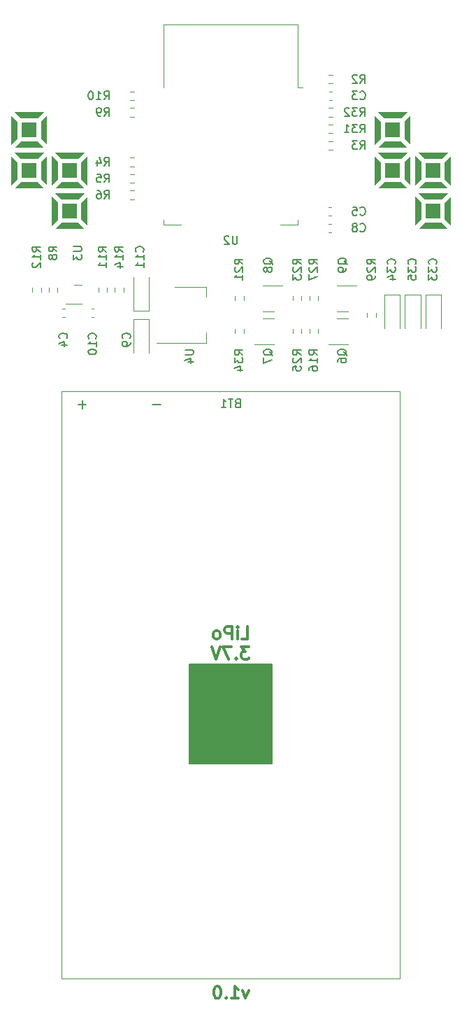
<source format=gbr>
%TF.GenerationSoftware,KiCad,Pcbnew,(6.0.7)*%
%TF.CreationDate,2022-10-04T23:40:54+03:00*%
%TF.ProjectId,ESP8266Tetris,45535038-3236-4365-9465-747269732e6b,1.0*%
%TF.SameCoordinates,Original*%
%TF.FileFunction,Legend,Bot*%
%TF.FilePolarity,Positive*%
%FSLAX46Y46*%
G04 Gerber Fmt 4.6, Leading zero omitted, Abs format (unit mm)*
G04 Created by KiCad (PCBNEW (6.0.7)) date 2022-10-04 23:40:54*
%MOMM*%
%LPD*%
G01*
G04 APERTURE LIST*
%ADD10C,0.200000*%
%ADD11C,0.300000*%
%ADD12C,0.150000*%
%ADD13C,0.120000*%
G04 APERTURE END LIST*
D10*
X125000000Y-107750000D02*
X135000000Y-107750000D01*
X135000000Y-107750000D02*
X135000000Y-119750000D01*
X135000000Y-119750000D02*
X125000000Y-119750000D01*
X125000000Y-119750000D02*
X125000000Y-107750000D01*
G36*
X125000000Y-107750000D02*
G01*
X135000000Y-107750000D01*
X135000000Y-119750000D01*
X125000000Y-119750000D01*
X125000000Y-107750000D01*
G37*
D11*
X132142857Y-147178571D02*
X131785714Y-148178571D01*
X131428571Y-147178571D01*
X130071428Y-148178571D02*
X130928571Y-148178571D01*
X130500000Y-148178571D02*
X130500000Y-146678571D01*
X130642857Y-146892857D01*
X130785714Y-147035714D01*
X130928571Y-147107142D01*
X129428571Y-148035714D02*
X129357142Y-148107142D01*
X129428571Y-148178571D01*
X129500000Y-148107142D01*
X129428571Y-148035714D01*
X129428571Y-148178571D01*
X128428571Y-146678571D02*
X128285714Y-146678571D01*
X128142857Y-146750000D01*
X128071428Y-146821428D01*
X128000000Y-146964285D01*
X127928571Y-147250000D01*
X127928571Y-147607142D01*
X128000000Y-147892857D01*
X128071428Y-148035714D01*
X128142857Y-148107142D01*
X128285714Y-148178571D01*
X128428571Y-148178571D01*
X128571428Y-148107142D01*
X128642857Y-148035714D01*
X128714285Y-147892857D01*
X128785714Y-147607142D01*
X128785714Y-147250000D01*
X128714285Y-146964285D01*
X128642857Y-146821428D01*
X128571428Y-146750000D01*
X128428571Y-146678571D01*
X131321428Y-104721071D02*
X132035714Y-104721071D01*
X132035714Y-103221071D01*
X130821428Y-104721071D02*
X130821428Y-103721071D01*
X130821428Y-103221071D02*
X130892857Y-103292500D01*
X130821428Y-103363928D01*
X130750000Y-103292500D01*
X130821428Y-103221071D01*
X130821428Y-103363928D01*
X130107142Y-104721071D02*
X130107142Y-103221071D01*
X129535714Y-103221071D01*
X129392857Y-103292500D01*
X129321428Y-103363928D01*
X129250000Y-103506785D01*
X129250000Y-103721071D01*
X129321428Y-103863928D01*
X129392857Y-103935357D01*
X129535714Y-104006785D01*
X130107142Y-104006785D01*
X128392857Y-104721071D02*
X128535714Y-104649642D01*
X128607142Y-104578214D01*
X128678571Y-104435357D01*
X128678571Y-104006785D01*
X128607142Y-103863928D01*
X128535714Y-103792500D01*
X128392857Y-103721071D01*
X128178571Y-103721071D01*
X128035714Y-103792500D01*
X127964285Y-103863928D01*
X127892857Y-104006785D01*
X127892857Y-104435357D01*
X127964285Y-104578214D01*
X128035714Y-104649642D01*
X128178571Y-104721071D01*
X128392857Y-104721071D01*
X132214285Y-105636071D02*
X131285714Y-105636071D01*
X131785714Y-106207500D01*
X131571428Y-106207500D01*
X131428571Y-106278928D01*
X131357142Y-106350357D01*
X131285714Y-106493214D01*
X131285714Y-106850357D01*
X131357142Y-106993214D01*
X131428571Y-107064642D01*
X131571428Y-107136071D01*
X132000000Y-107136071D01*
X132142857Y-107064642D01*
X132214285Y-106993214D01*
X130642857Y-106993214D02*
X130571428Y-107064642D01*
X130642857Y-107136071D01*
X130714285Y-107064642D01*
X130642857Y-106993214D01*
X130642857Y-107136071D01*
X130071428Y-105636071D02*
X129071428Y-105636071D01*
X129714285Y-107136071D01*
X128714285Y-105636071D02*
X128214285Y-107136071D01*
X127714285Y-105636071D01*
D12*
%TO.C,C35*%
X152357142Y-59357142D02*
X152404761Y-59309523D01*
X152452380Y-59166666D01*
X152452380Y-59071428D01*
X152404761Y-58928571D01*
X152309523Y-58833333D01*
X152214285Y-58785714D01*
X152023809Y-58738095D01*
X151880952Y-58738095D01*
X151690476Y-58785714D01*
X151595238Y-58833333D01*
X151500000Y-58928571D01*
X151452380Y-59071428D01*
X151452380Y-59166666D01*
X151500000Y-59309523D01*
X151547619Y-59357142D01*
X151452380Y-59690476D02*
X151452380Y-60309523D01*
X151833333Y-59976190D01*
X151833333Y-60119047D01*
X151880952Y-60214285D01*
X151928571Y-60261904D01*
X152023809Y-60309523D01*
X152261904Y-60309523D01*
X152357142Y-60261904D01*
X152404761Y-60214285D01*
X152452380Y-60119047D01*
X152452380Y-59833333D01*
X152404761Y-59738095D01*
X152357142Y-59690476D01*
X151452380Y-61214285D02*
X151452380Y-60738095D01*
X151928571Y-60690476D01*
X151880952Y-60738095D01*
X151833333Y-60833333D01*
X151833333Y-61071428D01*
X151880952Y-61166666D01*
X151928571Y-61214285D01*
X152023809Y-61261904D01*
X152261904Y-61261904D01*
X152357142Y-61214285D01*
X152404761Y-61166666D01*
X152452380Y-61071428D01*
X152452380Y-60833333D01*
X152404761Y-60738095D01*
X152357142Y-60690476D01*
%TO.C,C34*%
X149857142Y-59357142D02*
X149904761Y-59309523D01*
X149952380Y-59166666D01*
X149952380Y-59071428D01*
X149904761Y-58928571D01*
X149809523Y-58833333D01*
X149714285Y-58785714D01*
X149523809Y-58738095D01*
X149380952Y-58738095D01*
X149190476Y-58785714D01*
X149095238Y-58833333D01*
X149000000Y-58928571D01*
X148952380Y-59071428D01*
X148952380Y-59166666D01*
X149000000Y-59309523D01*
X149047619Y-59357142D01*
X148952380Y-59690476D02*
X148952380Y-60309523D01*
X149333333Y-59976190D01*
X149333333Y-60119047D01*
X149380952Y-60214285D01*
X149428571Y-60261904D01*
X149523809Y-60309523D01*
X149761904Y-60309523D01*
X149857142Y-60261904D01*
X149904761Y-60214285D01*
X149952380Y-60119047D01*
X149952380Y-59833333D01*
X149904761Y-59738095D01*
X149857142Y-59690476D01*
X149285714Y-61166666D02*
X149952380Y-61166666D01*
X148904761Y-60928571D02*
X149619047Y-60690476D01*
X149619047Y-61309523D01*
%TO.C,C33*%
X154857142Y-59357142D02*
X154904761Y-59309523D01*
X154952380Y-59166666D01*
X154952380Y-59071428D01*
X154904761Y-58928571D01*
X154809523Y-58833333D01*
X154714285Y-58785714D01*
X154523809Y-58738095D01*
X154380952Y-58738095D01*
X154190476Y-58785714D01*
X154095238Y-58833333D01*
X154000000Y-58928571D01*
X153952380Y-59071428D01*
X153952380Y-59166666D01*
X154000000Y-59309523D01*
X154047619Y-59357142D01*
X153952380Y-59690476D02*
X153952380Y-60309523D01*
X154333333Y-59976190D01*
X154333333Y-60119047D01*
X154380952Y-60214285D01*
X154428571Y-60261904D01*
X154523809Y-60309523D01*
X154761904Y-60309523D01*
X154857142Y-60261904D01*
X154904761Y-60214285D01*
X154952380Y-60119047D01*
X154952380Y-59833333D01*
X154904761Y-59738095D01*
X154857142Y-59690476D01*
X153952380Y-60642857D02*
X153952380Y-61261904D01*
X154333333Y-60928571D01*
X154333333Y-61071428D01*
X154380952Y-61166666D01*
X154428571Y-61214285D01*
X154523809Y-61261904D01*
X154761904Y-61261904D01*
X154857142Y-61214285D01*
X154904761Y-61166666D01*
X154952380Y-61071428D01*
X154952380Y-60785714D01*
X154904761Y-60690476D01*
X154857142Y-60642857D01*
%TO.C,C11*%
X119357142Y-57857142D02*
X119404761Y-57809523D01*
X119452380Y-57666666D01*
X119452380Y-57571428D01*
X119404761Y-57428571D01*
X119309523Y-57333333D01*
X119214285Y-57285714D01*
X119023809Y-57238095D01*
X118880952Y-57238095D01*
X118690476Y-57285714D01*
X118595238Y-57333333D01*
X118500000Y-57428571D01*
X118452380Y-57571428D01*
X118452380Y-57666666D01*
X118500000Y-57809523D01*
X118547619Y-57857142D01*
X119452380Y-58809523D02*
X119452380Y-58238095D01*
X119452380Y-58523809D02*
X118452380Y-58523809D01*
X118595238Y-58428571D01*
X118690476Y-58333333D01*
X118738095Y-58238095D01*
X119452380Y-59761904D02*
X119452380Y-59190476D01*
X119452380Y-59476190D02*
X118452380Y-59476190D01*
X118595238Y-59380952D01*
X118690476Y-59285714D01*
X118738095Y-59190476D01*
%TO.C,C9*%
X117732142Y-68333333D02*
X117779761Y-68285714D01*
X117827380Y-68142857D01*
X117827380Y-68047619D01*
X117779761Y-67904761D01*
X117684523Y-67809523D01*
X117589285Y-67761904D01*
X117398809Y-67714285D01*
X117255952Y-67714285D01*
X117065476Y-67761904D01*
X116970238Y-67809523D01*
X116875000Y-67904761D01*
X116827380Y-68047619D01*
X116827380Y-68142857D01*
X116875000Y-68285714D01*
X116922619Y-68333333D01*
X117827380Y-68809523D02*
X117827380Y-69000000D01*
X117779761Y-69095238D01*
X117732142Y-69142857D01*
X117589285Y-69238095D01*
X117398809Y-69285714D01*
X117017857Y-69285714D01*
X116922619Y-69238095D01*
X116875000Y-69190476D01*
X116827380Y-69095238D01*
X116827380Y-68904761D01*
X116875000Y-68809523D01*
X116922619Y-68761904D01*
X117017857Y-68714285D01*
X117255952Y-68714285D01*
X117351190Y-68761904D01*
X117398809Y-68809523D01*
X117446428Y-68904761D01*
X117446428Y-69095238D01*
X117398809Y-69190476D01*
X117351190Y-69238095D01*
X117255952Y-69285714D01*
%TO.C,R14*%
X116932142Y-57857142D02*
X116455952Y-57523809D01*
X116932142Y-57285714D02*
X115932142Y-57285714D01*
X115932142Y-57666666D01*
X115979762Y-57761904D01*
X116027381Y-57809523D01*
X116122619Y-57857142D01*
X116265476Y-57857142D01*
X116360714Y-57809523D01*
X116408333Y-57761904D01*
X116455952Y-57666666D01*
X116455952Y-57285714D01*
X116932142Y-58809523D02*
X116932142Y-58238095D01*
X116932142Y-58523809D02*
X115932142Y-58523809D01*
X116075000Y-58428571D01*
X116170238Y-58333333D01*
X116217857Y-58238095D01*
X116265476Y-59666666D02*
X116932142Y-59666666D01*
X115884523Y-59428571D02*
X116598809Y-59190476D01*
X116598809Y-59809523D01*
%TO.C,R3*%
X145666666Y-45452380D02*
X146000000Y-44976190D01*
X146238095Y-45452380D02*
X146238095Y-44452380D01*
X145857142Y-44452380D01*
X145761904Y-44500000D01*
X145714285Y-44547619D01*
X145666666Y-44642857D01*
X145666666Y-44785714D01*
X145714285Y-44880952D01*
X145761904Y-44928571D01*
X145857142Y-44976190D01*
X146238095Y-44976190D01*
X145333333Y-44452380D02*
X144714285Y-44452380D01*
X145047619Y-44833333D01*
X144904761Y-44833333D01*
X144809523Y-44880952D01*
X144761904Y-44928571D01*
X144714285Y-45023809D01*
X144714285Y-45261904D01*
X144761904Y-45357142D01*
X144809523Y-45404761D01*
X144904761Y-45452380D01*
X145190476Y-45452380D01*
X145285714Y-45404761D01*
X145333333Y-45357142D01*
%TO.C,R29*%
X147483630Y-59357142D02*
X147007440Y-59023809D01*
X147483630Y-58785714D02*
X146483630Y-58785714D01*
X146483630Y-59166666D01*
X146531250Y-59261904D01*
X146578869Y-59309523D01*
X146674107Y-59357142D01*
X146816964Y-59357142D01*
X146912202Y-59309523D01*
X146959821Y-59261904D01*
X147007440Y-59166666D01*
X147007440Y-58785714D01*
X146578869Y-59738095D02*
X146531250Y-59785714D01*
X146483630Y-59880952D01*
X146483630Y-60119047D01*
X146531250Y-60214285D01*
X146578869Y-60261904D01*
X146674107Y-60309523D01*
X146769345Y-60309523D01*
X146912202Y-60261904D01*
X147483630Y-59690476D01*
X147483630Y-60309523D01*
X147483630Y-60785714D02*
X147483630Y-60976190D01*
X147436011Y-61071428D01*
X147388392Y-61119047D01*
X147245535Y-61214285D01*
X147055059Y-61261904D01*
X146674107Y-61261904D01*
X146578869Y-61214285D01*
X146531250Y-61166666D01*
X146483630Y-61071428D01*
X146483630Y-60880952D01*
X146531250Y-60785714D01*
X146578869Y-60738095D01*
X146674107Y-60690476D01*
X146912202Y-60690476D01*
X147007440Y-60738095D01*
X147055059Y-60785714D01*
X147102678Y-60880952D01*
X147102678Y-61071428D01*
X147055059Y-61166666D01*
X147007440Y-61214285D01*
X146912202Y-61261904D01*
%TO.C,U4*%
X124452380Y-69738095D02*
X125261904Y-69738095D01*
X125357142Y-69785714D01*
X125404761Y-69833333D01*
X125452380Y-69928571D01*
X125452380Y-70119047D01*
X125404761Y-70214285D01*
X125357142Y-70261904D01*
X125261904Y-70309523D01*
X124452380Y-70309523D01*
X124785714Y-71214285D02*
X125452380Y-71214285D01*
X124404761Y-70976190D02*
X125119047Y-70738095D01*
X125119047Y-71357142D01*
%TO.C,R4*%
X114666666Y-47452380D02*
X115000000Y-46976190D01*
X115238095Y-47452380D02*
X115238095Y-46452380D01*
X114857142Y-46452380D01*
X114761904Y-46500000D01*
X114714285Y-46547619D01*
X114666666Y-46642857D01*
X114666666Y-46785714D01*
X114714285Y-46880952D01*
X114761904Y-46928571D01*
X114857142Y-46976190D01*
X115238095Y-46976190D01*
X113809523Y-46785714D02*
X113809523Y-47452380D01*
X114047619Y-46404761D02*
X114285714Y-47119047D01*
X113666666Y-47119047D01*
%TO.C,R10*%
X114642857Y-39452380D02*
X114976190Y-38976190D01*
X115214285Y-39452380D02*
X115214285Y-38452380D01*
X114833333Y-38452380D01*
X114738095Y-38500000D01*
X114690476Y-38547619D01*
X114642857Y-38642857D01*
X114642857Y-38785714D01*
X114690476Y-38880952D01*
X114738095Y-38928571D01*
X114833333Y-38976190D01*
X115214285Y-38976190D01*
X113690476Y-39452380D02*
X114261904Y-39452380D01*
X113976190Y-39452380D02*
X113976190Y-38452380D01*
X114071428Y-38595238D01*
X114166666Y-38690476D01*
X114261904Y-38738095D01*
X113071428Y-38452380D02*
X112976190Y-38452380D01*
X112880952Y-38500000D01*
X112833333Y-38547619D01*
X112785714Y-38642857D01*
X112738095Y-38833333D01*
X112738095Y-39071428D01*
X112785714Y-39261904D01*
X112833333Y-39357142D01*
X112880952Y-39404761D01*
X112976190Y-39452380D01*
X113071428Y-39452380D01*
X113166666Y-39404761D01*
X113214285Y-39357142D01*
X113261904Y-39261904D01*
X113309523Y-39071428D01*
X113309523Y-38833333D01*
X113261904Y-38642857D01*
X113214285Y-38547619D01*
X113166666Y-38500000D01*
X113071428Y-38452380D01*
%TO.C,U2*%
X130761904Y-55952380D02*
X130761904Y-56761904D01*
X130714285Y-56857142D01*
X130666666Y-56904761D01*
X130571428Y-56952380D01*
X130380952Y-56952380D01*
X130285714Y-56904761D01*
X130238095Y-56857142D01*
X130190476Y-56761904D01*
X130190476Y-55952380D01*
X129761904Y-56047619D02*
X129714285Y-56000000D01*
X129619047Y-55952380D01*
X129380952Y-55952380D01*
X129285714Y-56000000D01*
X129238095Y-56047619D01*
X129190476Y-56142857D01*
X129190476Y-56238095D01*
X129238095Y-56380952D01*
X129809523Y-56952380D01*
X129190476Y-56952380D01*
%TO.C,R21*%
X131452380Y-59357142D02*
X130976190Y-59023809D01*
X131452380Y-58785714D02*
X130452380Y-58785714D01*
X130452380Y-59166666D01*
X130500000Y-59261904D01*
X130547619Y-59309523D01*
X130642857Y-59357142D01*
X130785714Y-59357142D01*
X130880952Y-59309523D01*
X130928571Y-59261904D01*
X130976190Y-59166666D01*
X130976190Y-58785714D01*
X130547619Y-59738095D02*
X130500000Y-59785714D01*
X130452380Y-59880952D01*
X130452380Y-60119047D01*
X130500000Y-60214285D01*
X130547619Y-60261904D01*
X130642857Y-60309523D01*
X130738095Y-60309523D01*
X130880952Y-60261904D01*
X131452380Y-59690476D01*
X131452380Y-60309523D01*
X131452380Y-61261904D02*
X131452380Y-60690476D01*
X131452380Y-60976190D02*
X130452380Y-60976190D01*
X130595238Y-60880952D01*
X130690476Y-60785714D01*
X130738095Y-60690476D01*
%TO.C,C8*%
X145666666Y-55357142D02*
X145714285Y-55404761D01*
X145857142Y-55452380D01*
X145952380Y-55452380D01*
X146095238Y-55404761D01*
X146190476Y-55309523D01*
X146238095Y-55214285D01*
X146285714Y-55023809D01*
X146285714Y-54880952D01*
X146238095Y-54690476D01*
X146190476Y-54595238D01*
X146095238Y-54500000D01*
X145952380Y-54452380D01*
X145857142Y-54452380D01*
X145714285Y-54500000D01*
X145666666Y-54547619D01*
X145095238Y-54880952D02*
X145190476Y-54833333D01*
X145238095Y-54785714D01*
X145285714Y-54690476D01*
X145285714Y-54642857D01*
X145238095Y-54547619D01*
X145190476Y-54500000D01*
X145095238Y-54452380D01*
X144904761Y-54452380D01*
X144809523Y-54500000D01*
X144761904Y-54547619D01*
X144714285Y-54642857D01*
X144714285Y-54690476D01*
X144761904Y-54785714D01*
X144809523Y-54833333D01*
X144904761Y-54880952D01*
X145095238Y-54880952D01*
X145190476Y-54928571D01*
X145238095Y-54976190D01*
X145285714Y-55071428D01*
X145285714Y-55261904D01*
X145238095Y-55357142D01*
X145190476Y-55404761D01*
X145095238Y-55452380D01*
X144904761Y-55452380D01*
X144809523Y-55404761D01*
X144761904Y-55357142D01*
X144714285Y-55261904D01*
X144714285Y-55071428D01*
X144761904Y-54976190D01*
X144809523Y-54928571D01*
X144904761Y-54880952D01*
%TO.C,R11*%
X114932142Y-57857142D02*
X114455952Y-57523809D01*
X114932142Y-57285714D02*
X113932142Y-57285714D01*
X113932142Y-57666666D01*
X113979762Y-57761904D01*
X114027381Y-57809523D01*
X114122619Y-57857142D01*
X114265476Y-57857142D01*
X114360714Y-57809523D01*
X114408333Y-57761904D01*
X114455952Y-57666666D01*
X114455952Y-57285714D01*
X114932142Y-58809523D02*
X114932142Y-58238095D01*
X114932142Y-58523809D02*
X113932142Y-58523809D01*
X114075000Y-58428571D01*
X114170238Y-58333333D01*
X114217857Y-58238095D01*
X114932142Y-59761904D02*
X114932142Y-59190476D01*
X114932142Y-59476190D02*
X113932142Y-59476190D01*
X114075000Y-59380952D01*
X114170238Y-59285714D01*
X114217857Y-59190476D01*
%TO.C,R5*%
X114666666Y-49452380D02*
X115000000Y-48976190D01*
X115238095Y-49452380D02*
X115238095Y-48452380D01*
X114857142Y-48452380D01*
X114761904Y-48500000D01*
X114714285Y-48547619D01*
X114666666Y-48642857D01*
X114666666Y-48785714D01*
X114714285Y-48880952D01*
X114761904Y-48928571D01*
X114857142Y-48976190D01*
X115238095Y-48976190D01*
X113761904Y-48452380D02*
X114238095Y-48452380D01*
X114285714Y-48928571D01*
X114238095Y-48880952D01*
X114142857Y-48833333D01*
X113904761Y-48833333D01*
X113809523Y-48880952D01*
X113761904Y-48928571D01*
X113714285Y-49023809D01*
X113714285Y-49261904D01*
X113761904Y-49357142D01*
X113809523Y-49404761D01*
X113904761Y-49452380D01*
X114142857Y-49452380D01*
X114238095Y-49404761D01*
X114285714Y-49357142D01*
%TO.C,C4*%
X110086904Y-68333333D02*
X110134523Y-68285714D01*
X110182142Y-68142857D01*
X110182142Y-68047619D01*
X110134523Y-67904761D01*
X110039285Y-67809523D01*
X109944047Y-67761904D01*
X109753571Y-67714285D01*
X109610714Y-67714285D01*
X109420238Y-67761904D01*
X109325000Y-67809523D01*
X109229762Y-67904761D01*
X109182142Y-68047619D01*
X109182142Y-68142857D01*
X109229762Y-68285714D01*
X109277381Y-68333333D01*
X109515476Y-69190476D02*
X110182142Y-69190476D01*
X109134523Y-68952380D02*
X109848809Y-68714285D01*
X109848809Y-69333333D01*
%TO.C,R8*%
X108932142Y-57833333D02*
X108455952Y-57500000D01*
X108932142Y-57261904D02*
X107932142Y-57261904D01*
X107932142Y-57642857D01*
X107979762Y-57738095D01*
X108027381Y-57785714D01*
X108122619Y-57833333D01*
X108265476Y-57833333D01*
X108360714Y-57785714D01*
X108408333Y-57738095D01*
X108455952Y-57642857D01*
X108455952Y-57261904D01*
X108360714Y-58404761D02*
X108313095Y-58309523D01*
X108265476Y-58261904D01*
X108170238Y-58214285D01*
X108122619Y-58214285D01*
X108027381Y-58261904D01*
X107979762Y-58309523D01*
X107932142Y-58404761D01*
X107932142Y-58595238D01*
X107979762Y-58690476D01*
X108027381Y-58738095D01*
X108122619Y-58785714D01*
X108170238Y-58785714D01*
X108265476Y-58738095D01*
X108313095Y-58690476D01*
X108360714Y-58595238D01*
X108360714Y-58404761D01*
X108408333Y-58309523D01*
X108455952Y-58261904D01*
X108551190Y-58214285D01*
X108741666Y-58214285D01*
X108836904Y-58261904D01*
X108884523Y-58309523D01*
X108932142Y-58404761D01*
X108932142Y-58595238D01*
X108884523Y-58690476D01*
X108836904Y-58738095D01*
X108741666Y-58785714D01*
X108551190Y-58785714D01*
X108455952Y-58738095D01*
X108408333Y-58690476D01*
X108360714Y-58595238D01*
%TO.C,R25*%
X138483630Y-70357142D02*
X138007440Y-70023809D01*
X138483630Y-69785714D02*
X137483630Y-69785714D01*
X137483630Y-70166666D01*
X137531250Y-70261904D01*
X137578869Y-70309523D01*
X137674107Y-70357142D01*
X137816964Y-70357142D01*
X137912202Y-70309523D01*
X137959821Y-70261904D01*
X138007440Y-70166666D01*
X138007440Y-69785714D01*
X137578869Y-70738095D02*
X137531250Y-70785714D01*
X137483630Y-70880952D01*
X137483630Y-71119047D01*
X137531250Y-71214285D01*
X137578869Y-71261904D01*
X137674107Y-71309523D01*
X137769345Y-71309523D01*
X137912202Y-71261904D01*
X138483630Y-70690476D01*
X138483630Y-71309523D01*
X137483630Y-72214285D02*
X137483630Y-71738095D01*
X137959821Y-71690476D01*
X137912202Y-71738095D01*
X137864583Y-71833333D01*
X137864583Y-72071428D01*
X137912202Y-72166666D01*
X137959821Y-72214285D01*
X138055059Y-72261904D01*
X138293154Y-72261904D01*
X138388392Y-72214285D01*
X138436011Y-72166666D01*
X138483630Y-72071428D01*
X138483630Y-71833333D01*
X138436011Y-71738095D01*
X138388392Y-71690476D01*
%TO.C,R32*%
X145642857Y-41452380D02*
X145976190Y-40976190D01*
X146214285Y-41452380D02*
X146214285Y-40452380D01*
X145833333Y-40452380D01*
X145738095Y-40500000D01*
X145690476Y-40547619D01*
X145642857Y-40642857D01*
X145642857Y-40785714D01*
X145690476Y-40880952D01*
X145738095Y-40928571D01*
X145833333Y-40976190D01*
X146214285Y-40976190D01*
X145309523Y-40452380D02*
X144690476Y-40452380D01*
X145023809Y-40833333D01*
X144880952Y-40833333D01*
X144785714Y-40880952D01*
X144738095Y-40928571D01*
X144690476Y-41023809D01*
X144690476Y-41261904D01*
X144738095Y-41357142D01*
X144785714Y-41404761D01*
X144880952Y-41452380D01*
X145166666Y-41452380D01*
X145261904Y-41404761D01*
X145309523Y-41357142D01*
X144309523Y-40547619D02*
X144261904Y-40500000D01*
X144166666Y-40452380D01*
X143928571Y-40452380D01*
X143833333Y-40500000D01*
X143785714Y-40547619D01*
X143738095Y-40642857D01*
X143738095Y-40738095D01*
X143785714Y-40880952D01*
X144357142Y-41452380D01*
X143738095Y-41452380D01*
%TO.C,R2*%
X145666666Y-37452380D02*
X146000000Y-36976190D01*
X146238095Y-37452380D02*
X146238095Y-36452380D01*
X145857142Y-36452380D01*
X145761904Y-36500000D01*
X145714285Y-36547619D01*
X145666666Y-36642857D01*
X145666666Y-36785714D01*
X145714285Y-36880952D01*
X145761904Y-36928571D01*
X145857142Y-36976190D01*
X146238095Y-36976190D01*
X145285714Y-36547619D02*
X145238095Y-36500000D01*
X145142857Y-36452380D01*
X144904761Y-36452380D01*
X144809523Y-36500000D01*
X144761904Y-36547619D01*
X144714285Y-36642857D01*
X144714285Y-36738095D01*
X144761904Y-36880952D01*
X145333333Y-37452380D01*
X144714285Y-37452380D01*
%TO.C,Q8*%
X135078869Y-59404761D02*
X135031250Y-59309523D01*
X134936011Y-59214285D01*
X134793154Y-59071428D01*
X134745535Y-58976190D01*
X134745535Y-58880952D01*
X134983630Y-58928571D02*
X134936011Y-58833333D01*
X134840773Y-58738095D01*
X134650297Y-58690476D01*
X134316964Y-58690476D01*
X134126488Y-58738095D01*
X134031250Y-58833333D01*
X133983630Y-58928571D01*
X133983630Y-59119047D01*
X134031250Y-59214285D01*
X134126488Y-59309523D01*
X134316964Y-59357142D01*
X134650297Y-59357142D01*
X134840773Y-59309523D01*
X134936011Y-59214285D01*
X134983630Y-59119047D01*
X134983630Y-58928571D01*
X134412202Y-59928571D02*
X134364583Y-59833333D01*
X134316964Y-59785714D01*
X134221726Y-59738095D01*
X134174107Y-59738095D01*
X134078869Y-59785714D01*
X134031250Y-59833333D01*
X133983630Y-59928571D01*
X133983630Y-60119047D01*
X134031250Y-60214285D01*
X134078869Y-60261904D01*
X134174107Y-60309523D01*
X134221726Y-60309523D01*
X134316964Y-60261904D01*
X134364583Y-60214285D01*
X134412202Y-60119047D01*
X134412202Y-59928571D01*
X134459821Y-59833333D01*
X134507440Y-59785714D01*
X134602678Y-59738095D01*
X134793154Y-59738095D01*
X134888392Y-59785714D01*
X134936011Y-59833333D01*
X134983630Y-59928571D01*
X134983630Y-60119047D01*
X134936011Y-60214285D01*
X134888392Y-60261904D01*
X134793154Y-60309523D01*
X134602678Y-60309523D01*
X134507440Y-60261904D01*
X134459821Y-60214285D01*
X134412202Y-60119047D01*
%TO.C,BT1*%
X130785714Y-76178571D02*
X130642857Y-76226190D01*
X130595238Y-76273809D01*
X130547619Y-76369047D01*
X130547619Y-76511904D01*
X130595238Y-76607142D01*
X130642857Y-76654761D01*
X130738095Y-76702380D01*
X131119047Y-76702380D01*
X131119047Y-75702380D01*
X130785714Y-75702380D01*
X130690476Y-75750000D01*
X130642857Y-75797619D01*
X130595238Y-75892857D01*
X130595238Y-75988095D01*
X130642857Y-76083333D01*
X130690476Y-76130952D01*
X130785714Y-76178571D01*
X131119047Y-76178571D01*
X130261904Y-75702380D02*
X129690476Y-75702380D01*
X129976190Y-76702380D02*
X129976190Y-75702380D01*
X128833333Y-76702380D02*
X129404761Y-76702380D01*
X129119047Y-76702380D02*
X129119047Y-75702380D01*
X129214285Y-75845238D01*
X129309523Y-75940476D01*
X129404761Y-75988095D01*
D10*
X112483809Y-76340714D02*
X111516190Y-76340714D01*
X112000000Y-76824523D02*
X112000000Y-75856904D01*
X121483809Y-76340714D02*
X120516190Y-76340714D01*
D12*
%TO.C,R12*%
X106932142Y-57857142D02*
X106455952Y-57523809D01*
X106932142Y-57285714D02*
X105932142Y-57285714D01*
X105932142Y-57666666D01*
X105979762Y-57761904D01*
X106027381Y-57809523D01*
X106122619Y-57857142D01*
X106265476Y-57857142D01*
X106360714Y-57809523D01*
X106408333Y-57761904D01*
X106455952Y-57666666D01*
X106455952Y-57285714D01*
X106932142Y-58809523D02*
X106932142Y-58238095D01*
X106932142Y-58523809D02*
X105932142Y-58523809D01*
X106075000Y-58428571D01*
X106170238Y-58333333D01*
X106217857Y-58238095D01*
X106027381Y-59190476D02*
X105979762Y-59238095D01*
X105932142Y-59333333D01*
X105932142Y-59571428D01*
X105979762Y-59666666D01*
X106027381Y-59714285D01*
X106122619Y-59761904D01*
X106217857Y-59761904D01*
X106360714Y-59714285D01*
X106932142Y-59142857D01*
X106932142Y-59761904D01*
%TO.C,C10*%
X113607142Y-68357142D02*
X113654761Y-68309523D01*
X113702380Y-68166666D01*
X113702380Y-68071428D01*
X113654761Y-67928571D01*
X113559523Y-67833333D01*
X113464285Y-67785714D01*
X113273809Y-67738095D01*
X113130952Y-67738095D01*
X112940476Y-67785714D01*
X112845238Y-67833333D01*
X112750000Y-67928571D01*
X112702380Y-68071428D01*
X112702380Y-68166666D01*
X112750000Y-68309523D01*
X112797619Y-68357142D01*
X113702380Y-69309523D02*
X113702380Y-68738095D01*
X113702380Y-69023809D02*
X112702380Y-69023809D01*
X112845238Y-68928571D01*
X112940476Y-68833333D01*
X112988095Y-68738095D01*
X112702380Y-69928571D02*
X112702380Y-70023809D01*
X112750000Y-70119047D01*
X112797619Y-70166666D01*
X112892857Y-70214285D01*
X113083333Y-70261904D01*
X113321428Y-70261904D01*
X113511904Y-70214285D01*
X113607142Y-70166666D01*
X113654761Y-70119047D01*
X113702380Y-70023809D01*
X113702380Y-69928571D01*
X113654761Y-69833333D01*
X113607142Y-69785714D01*
X113511904Y-69738095D01*
X113321428Y-69690476D01*
X113083333Y-69690476D01*
X112892857Y-69738095D01*
X112797619Y-69785714D01*
X112750000Y-69833333D01*
X112702380Y-69928571D01*
%TO.C,C5*%
X145666666Y-53357142D02*
X145714285Y-53404761D01*
X145857142Y-53452380D01*
X145952380Y-53452380D01*
X146095238Y-53404761D01*
X146190476Y-53309523D01*
X146238095Y-53214285D01*
X146285714Y-53023809D01*
X146285714Y-52880952D01*
X146238095Y-52690476D01*
X146190476Y-52595238D01*
X146095238Y-52500000D01*
X145952380Y-52452380D01*
X145857142Y-52452380D01*
X145714285Y-52500000D01*
X145666666Y-52547619D01*
X144761904Y-52452380D02*
X145238095Y-52452380D01*
X145285714Y-52928571D01*
X145238095Y-52880952D01*
X145142857Y-52833333D01*
X144904761Y-52833333D01*
X144809523Y-52880952D01*
X144761904Y-52928571D01*
X144714285Y-53023809D01*
X144714285Y-53261904D01*
X144761904Y-53357142D01*
X144809523Y-53404761D01*
X144904761Y-53452380D01*
X145142857Y-53452380D01*
X145238095Y-53404761D01*
X145285714Y-53357142D01*
%TO.C,R27*%
X140483630Y-59357142D02*
X140007440Y-59023809D01*
X140483630Y-58785714D02*
X139483630Y-58785714D01*
X139483630Y-59166666D01*
X139531250Y-59261904D01*
X139578869Y-59309523D01*
X139674107Y-59357142D01*
X139816964Y-59357142D01*
X139912202Y-59309523D01*
X139959821Y-59261904D01*
X140007440Y-59166666D01*
X140007440Y-58785714D01*
X139578869Y-59738095D02*
X139531250Y-59785714D01*
X139483630Y-59880952D01*
X139483630Y-60119047D01*
X139531250Y-60214285D01*
X139578869Y-60261904D01*
X139674107Y-60309523D01*
X139769345Y-60309523D01*
X139912202Y-60261904D01*
X140483630Y-59690476D01*
X140483630Y-60309523D01*
X139483630Y-60642857D02*
X139483630Y-61309523D01*
X140483630Y-60880952D01*
%TO.C,U3*%
X110932142Y-57238095D02*
X111741666Y-57238095D01*
X111836904Y-57285714D01*
X111884523Y-57333333D01*
X111932142Y-57428571D01*
X111932142Y-57619047D01*
X111884523Y-57714285D01*
X111836904Y-57761904D01*
X111741666Y-57809523D01*
X110932142Y-57809523D01*
X110932142Y-58190476D02*
X110932142Y-58809523D01*
X111313095Y-58476190D01*
X111313095Y-58619047D01*
X111360714Y-58714285D01*
X111408333Y-58761904D01*
X111503571Y-58809523D01*
X111741666Y-58809523D01*
X111836904Y-58761904D01*
X111884523Y-58714285D01*
X111932142Y-58619047D01*
X111932142Y-58333333D01*
X111884523Y-58238095D01*
X111836904Y-58190476D01*
%TO.C,Q6*%
X144047619Y-70404761D02*
X144000000Y-70309523D01*
X143904761Y-70214285D01*
X143761904Y-70071428D01*
X143714285Y-69976190D01*
X143714285Y-69880952D01*
X143952380Y-69928571D02*
X143904761Y-69833333D01*
X143809523Y-69738095D01*
X143619047Y-69690476D01*
X143285714Y-69690476D01*
X143095238Y-69738095D01*
X143000000Y-69833333D01*
X142952380Y-69928571D01*
X142952380Y-70119047D01*
X143000000Y-70214285D01*
X143095238Y-70309523D01*
X143285714Y-70357142D01*
X143619047Y-70357142D01*
X143809523Y-70309523D01*
X143904761Y-70214285D01*
X143952380Y-70119047D01*
X143952380Y-69928571D01*
X142952380Y-71214285D02*
X142952380Y-71023809D01*
X143000000Y-70928571D01*
X143047619Y-70880952D01*
X143190476Y-70785714D01*
X143380952Y-70738095D01*
X143761904Y-70738095D01*
X143857142Y-70785714D01*
X143904761Y-70833333D01*
X143952380Y-70928571D01*
X143952380Y-71119047D01*
X143904761Y-71214285D01*
X143857142Y-71261904D01*
X143761904Y-71309523D01*
X143523809Y-71309523D01*
X143428571Y-71261904D01*
X143380952Y-71214285D01*
X143333333Y-71119047D01*
X143333333Y-70928571D01*
X143380952Y-70833333D01*
X143428571Y-70785714D01*
X143523809Y-70738095D01*
%TO.C,R9*%
X114666666Y-41452380D02*
X115000000Y-40976190D01*
X115238095Y-41452380D02*
X115238095Y-40452380D01*
X114857142Y-40452380D01*
X114761904Y-40500000D01*
X114714285Y-40547619D01*
X114666666Y-40642857D01*
X114666666Y-40785714D01*
X114714285Y-40880952D01*
X114761904Y-40928571D01*
X114857142Y-40976190D01*
X115238095Y-40976190D01*
X114190476Y-41452380D02*
X114000000Y-41452380D01*
X113904761Y-41404761D01*
X113857142Y-41357142D01*
X113761904Y-41214285D01*
X113714285Y-41023809D01*
X113714285Y-40642857D01*
X113761904Y-40547619D01*
X113809523Y-40500000D01*
X113904761Y-40452380D01*
X114095238Y-40452380D01*
X114190476Y-40500000D01*
X114238095Y-40547619D01*
X114285714Y-40642857D01*
X114285714Y-40880952D01*
X114238095Y-40976190D01*
X114190476Y-41023809D01*
X114095238Y-41071428D01*
X113904761Y-41071428D01*
X113809523Y-41023809D01*
X113761904Y-40976190D01*
X113714285Y-40880952D01*
%TO.C,R6*%
X114666666Y-51452380D02*
X115000000Y-50976190D01*
X115238095Y-51452380D02*
X115238095Y-50452380D01*
X114857142Y-50452380D01*
X114761904Y-50500000D01*
X114714285Y-50547619D01*
X114666666Y-50642857D01*
X114666666Y-50785714D01*
X114714285Y-50880952D01*
X114761904Y-50928571D01*
X114857142Y-50976190D01*
X115238095Y-50976190D01*
X113809523Y-50452380D02*
X114000000Y-50452380D01*
X114095238Y-50500000D01*
X114142857Y-50547619D01*
X114238095Y-50690476D01*
X114285714Y-50880952D01*
X114285714Y-51261904D01*
X114238095Y-51357142D01*
X114190476Y-51404761D01*
X114095238Y-51452380D01*
X113904761Y-51452380D01*
X113809523Y-51404761D01*
X113761904Y-51357142D01*
X113714285Y-51261904D01*
X113714285Y-51023809D01*
X113761904Y-50928571D01*
X113809523Y-50880952D01*
X113904761Y-50833333D01*
X114095238Y-50833333D01*
X114190476Y-50880952D01*
X114238095Y-50928571D01*
X114285714Y-51023809D01*
%TO.C,C3*%
X145666666Y-39357142D02*
X145714285Y-39404761D01*
X145857142Y-39452380D01*
X145952380Y-39452380D01*
X146095238Y-39404761D01*
X146190476Y-39309523D01*
X146238095Y-39214285D01*
X146285714Y-39023809D01*
X146285714Y-38880952D01*
X146238095Y-38690476D01*
X146190476Y-38595238D01*
X146095238Y-38500000D01*
X145952380Y-38452380D01*
X145857142Y-38452380D01*
X145714285Y-38500000D01*
X145666666Y-38547619D01*
X145333333Y-38452380D02*
X144714285Y-38452380D01*
X145047619Y-38833333D01*
X144904761Y-38833333D01*
X144809523Y-38880952D01*
X144761904Y-38928571D01*
X144714285Y-39023809D01*
X144714285Y-39261904D01*
X144761904Y-39357142D01*
X144809523Y-39404761D01*
X144904761Y-39452380D01*
X145190476Y-39452380D01*
X145285714Y-39404761D01*
X145333333Y-39357142D01*
%TO.C,R23*%
X138483630Y-59357142D02*
X138007440Y-59023809D01*
X138483630Y-58785714D02*
X137483630Y-58785714D01*
X137483630Y-59166666D01*
X137531250Y-59261904D01*
X137578869Y-59309523D01*
X137674107Y-59357142D01*
X137816964Y-59357142D01*
X137912202Y-59309523D01*
X137959821Y-59261904D01*
X138007440Y-59166666D01*
X138007440Y-58785714D01*
X137578869Y-59738095D02*
X137531250Y-59785714D01*
X137483630Y-59880952D01*
X137483630Y-60119047D01*
X137531250Y-60214285D01*
X137578869Y-60261904D01*
X137674107Y-60309523D01*
X137769345Y-60309523D01*
X137912202Y-60261904D01*
X138483630Y-59690476D01*
X138483630Y-60309523D01*
X137483630Y-60642857D02*
X137483630Y-61261904D01*
X137864583Y-60928571D01*
X137864583Y-61071428D01*
X137912202Y-61166666D01*
X137959821Y-61214285D01*
X138055059Y-61261904D01*
X138293154Y-61261904D01*
X138388392Y-61214285D01*
X138436011Y-61166666D01*
X138483630Y-61071428D01*
X138483630Y-60785714D01*
X138436011Y-60690476D01*
X138388392Y-60642857D01*
%TO.C,R34*%
X131452380Y-70357142D02*
X130976190Y-70023809D01*
X131452380Y-69785714D02*
X130452380Y-69785714D01*
X130452380Y-70166666D01*
X130500000Y-70261904D01*
X130547619Y-70309523D01*
X130642857Y-70357142D01*
X130785714Y-70357142D01*
X130880952Y-70309523D01*
X130928571Y-70261904D01*
X130976190Y-70166666D01*
X130976190Y-69785714D01*
X130452380Y-70690476D02*
X130452380Y-71309523D01*
X130833333Y-70976190D01*
X130833333Y-71119047D01*
X130880952Y-71214285D01*
X130928571Y-71261904D01*
X131023809Y-71309523D01*
X131261904Y-71309523D01*
X131357142Y-71261904D01*
X131404761Y-71214285D01*
X131452380Y-71119047D01*
X131452380Y-70833333D01*
X131404761Y-70738095D01*
X131357142Y-70690476D01*
X130785714Y-72166666D02*
X131452380Y-72166666D01*
X130404761Y-71928571D02*
X131119047Y-71690476D01*
X131119047Y-72309523D01*
%TO.C,Q9*%
X144078869Y-59404761D02*
X144031250Y-59309523D01*
X143936011Y-59214285D01*
X143793154Y-59071428D01*
X143745535Y-58976190D01*
X143745535Y-58880952D01*
X143983630Y-58928571D02*
X143936011Y-58833333D01*
X143840773Y-58738095D01*
X143650297Y-58690476D01*
X143316964Y-58690476D01*
X143126488Y-58738095D01*
X143031250Y-58833333D01*
X142983630Y-58928571D01*
X142983630Y-59119047D01*
X143031250Y-59214285D01*
X143126488Y-59309523D01*
X143316964Y-59357142D01*
X143650297Y-59357142D01*
X143840773Y-59309523D01*
X143936011Y-59214285D01*
X143983630Y-59119047D01*
X143983630Y-58928571D01*
X143983630Y-59833333D02*
X143983630Y-60023809D01*
X143936011Y-60119047D01*
X143888392Y-60166666D01*
X143745535Y-60261904D01*
X143555059Y-60309523D01*
X143174107Y-60309523D01*
X143078869Y-60261904D01*
X143031250Y-60214285D01*
X142983630Y-60119047D01*
X142983630Y-59928571D01*
X143031250Y-59833333D01*
X143078869Y-59785714D01*
X143174107Y-59738095D01*
X143412202Y-59738095D01*
X143507440Y-59785714D01*
X143555059Y-59833333D01*
X143602678Y-59928571D01*
X143602678Y-60119047D01*
X143555059Y-60214285D01*
X143507440Y-60261904D01*
X143412202Y-60309523D01*
%TO.C,R16*%
X140483630Y-70357142D02*
X140007440Y-70023809D01*
X140483630Y-69785714D02*
X139483630Y-69785714D01*
X139483630Y-70166666D01*
X139531250Y-70261904D01*
X139578869Y-70309523D01*
X139674107Y-70357142D01*
X139816964Y-70357142D01*
X139912202Y-70309523D01*
X139959821Y-70261904D01*
X140007440Y-70166666D01*
X140007440Y-69785714D01*
X140483630Y-71309523D02*
X140483630Y-70738095D01*
X140483630Y-71023809D02*
X139483630Y-71023809D01*
X139626488Y-70928571D01*
X139721726Y-70833333D01*
X139769345Y-70738095D01*
X139483630Y-72166666D02*
X139483630Y-71976190D01*
X139531250Y-71880952D01*
X139578869Y-71833333D01*
X139721726Y-71738095D01*
X139912202Y-71690476D01*
X140293154Y-71690476D01*
X140388392Y-71738095D01*
X140436011Y-71785714D01*
X140483630Y-71880952D01*
X140483630Y-72071428D01*
X140436011Y-72166666D01*
X140388392Y-72214285D01*
X140293154Y-72261904D01*
X140055059Y-72261904D01*
X139959821Y-72214285D01*
X139912202Y-72166666D01*
X139864583Y-72071428D01*
X139864583Y-71880952D01*
X139912202Y-71785714D01*
X139959821Y-71738095D01*
X140055059Y-71690476D01*
%TO.C,Q7*%
X135047619Y-70404761D02*
X135000000Y-70309523D01*
X134904761Y-70214285D01*
X134761904Y-70071428D01*
X134714285Y-69976190D01*
X134714285Y-69880952D01*
X134952380Y-69928571D02*
X134904761Y-69833333D01*
X134809523Y-69738095D01*
X134619047Y-69690476D01*
X134285714Y-69690476D01*
X134095238Y-69738095D01*
X134000000Y-69833333D01*
X133952380Y-69928571D01*
X133952380Y-70119047D01*
X134000000Y-70214285D01*
X134095238Y-70309523D01*
X134285714Y-70357142D01*
X134619047Y-70357142D01*
X134809523Y-70309523D01*
X134904761Y-70214285D01*
X134952380Y-70119047D01*
X134952380Y-69928571D01*
X133952380Y-70690476D02*
X133952380Y-71357142D01*
X134952380Y-70928571D01*
%TO.C,R31*%
X145642857Y-43452380D02*
X145976190Y-42976190D01*
X146214285Y-43452380D02*
X146214285Y-42452380D01*
X145833333Y-42452380D01*
X145738095Y-42500000D01*
X145690476Y-42547619D01*
X145642857Y-42642857D01*
X145642857Y-42785714D01*
X145690476Y-42880952D01*
X145738095Y-42928571D01*
X145833333Y-42976190D01*
X146214285Y-42976190D01*
X145309523Y-42452380D02*
X144690476Y-42452380D01*
X145023809Y-42833333D01*
X144880952Y-42833333D01*
X144785714Y-42880952D01*
X144738095Y-42928571D01*
X144690476Y-43023809D01*
X144690476Y-43261904D01*
X144738095Y-43357142D01*
X144785714Y-43404761D01*
X144880952Y-43452380D01*
X145166666Y-43452380D01*
X145261904Y-43404761D01*
X145309523Y-43357142D01*
X143738095Y-43452380D02*
X144309523Y-43452380D01*
X144023809Y-43452380D02*
X144023809Y-42452380D01*
X144119047Y-42595238D01*
X144214285Y-42690476D01*
X144309523Y-42738095D01*
D13*
%TO.C,C35*%
X151096250Y-63015000D02*
X152966250Y-63015000D01*
X151096250Y-67100000D02*
X151096250Y-63015000D01*
X152966250Y-63015000D02*
X152966250Y-67100000D01*
%TO.C,C34*%
X148596250Y-63015000D02*
X150466250Y-63015000D01*
X148596250Y-67100000D02*
X148596250Y-63015000D01*
X150466250Y-63015000D02*
X150466250Y-67100000D01*
%TO.C,C33*%
X153596250Y-63015000D02*
X155466250Y-63015000D01*
X153596250Y-67100000D02*
X153596250Y-63015000D01*
X155466250Y-63015000D02*
X155466250Y-67100000D01*
%TO.C,C11*%
X120060000Y-64985000D02*
X118190000Y-64985000D01*
X120060000Y-60900000D02*
X120060000Y-64985000D01*
X118190000Y-64985000D02*
X118190000Y-60900000D01*
%TO.C,C9*%
X118190000Y-66015000D02*
X120060000Y-66015000D01*
X118190000Y-70100000D02*
X118190000Y-66015000D01*
X120060000Y-66015000D02*
X120060000Y-70100000D01*
%TO.C,R14*%
X117002262Y-62245276D02*
X117002262Y-62754724D01*
X115957262Y-62245276D02*
X115957262Y-62754724D01*
%TO.C,R3*%
X142342224Y-45522500D02*
X141832776Y-45522500D01*
X142342224Y-44477500D02*
X141832776Y-44477500D01*
%TO.C,R29*%
X147553750Y-65245276D02*
X147553750Y-65754724D01*
X146508750Y-65245276D02*
X146508750Y-65754724D01*
%TO.C,U4*%
X120962500Y-68910000D02*
X126972500Y-68910000D01*
X123212500Y-62090000D02*
X126972500Y-62090000D01*
X126972500Y-68910000D02*
X126972500Y-67650000D01*
X126972500Y-62090000D02*
X126972500Y-63350000D01*
%TO.C,R4*%
X117745276Y-46477500D02*
X118254724Y-46477500D01*
X117745276Y-47522500D02*
X118254724Y-47522500D01*
%TO.C,R10*%
X117745276Y-39522500D02*
X118254724Y-39522500D01*
X117745276Y-38477500D02*
X118254724Y-38477500D01*
%TO.C,U2*%
X138120000Y-38000000D02*
X138730000Y-38000000D01*
X138120000Y-54620000D02*
X138120000Y-54000000D01*
X138120000Y-30380000D02*
X121880000Y-30380000D01*
X121880000Y-54000000D02*
X121880000Y-54620000D01*
X138120000Y-38000000D02*
X138120000Y-30380000D01*
X121880000Y-30380000D02*
X121880000Y-38000000D01*
X121880000Y-54620000D02*
X124000000Y-54620000D01*
X136000000Y-54620000D02*
X138120000Y-54620000D01*
%TO.C,G\u002A\u002A\u002A*%
G36*
X155870295Y-49795628D02*
G01*
X156034301Y-49959269D01*
X156178011Y-50109265D01*
X156233333Y-50176628D01*
X156226440Y-50178820D01*
X156101873Y-50185989D01*
X155840040Y-50192175D01*
X155465850Y-50197029D01*
X155004214Y-50200198D01*
X154480038Y-50201333D01*
X152726743Y-50201333D01*
X153100667Y-49820333D01*
X153474590Y-49439333D01*
X155507257Y-49439333D01*
X155870295Y-49795628D01*
G37*
G36*
X151746000Y-49817843D02*
G01*
X151036021Y-49107864D01*
X151027473Y-48046421D01*
X151018926Y-46984979D01*
X151382463Y-46628194D01*
X151746000Y-46271410D01*
X151746000Y-49817843D01*
G37*
G36*
X150959628Y-49795628D02*
G01*
X151123634Y-49959269D01*
X151267345Y-50109265D01*
X151322667Y-50176628D01*
X151315773Y-50178820D01*
X151191206Y-50185989D01*
X150929373Y-50192175D01*
X150555184Y-50197029D01*
X150093547Y-50200198D01*
X149569372Y-50201333D01*
X147816077Y-50201333D01*
X148563923Y-49439333D01*
X150596590Y-49439333D01*
X150959628Y-49795628D01*
G37*
G36*
X150610077Y-46645333D02*
G01*
X148563923Y-46645333D01*
X147816077Y-45883333D01*
X151357923Y-45883333D01*
X150610077Y-46645333D01*
G37*
G36*
X153069721Y-51899552D02*
G01*
X153058333Y-54008864D01*
X152698500Y-54368687D01*
X152338667Y-54728509D01*
X152338667Y-51182076D01*
X153069721Y-51899552D01*
G37*
G36*
X151746000Y-44907176D02*
G01*
X151033138Y-44194314D01*
X151025009Y-43135316D01*
X151016881Y-42076319D01*
X151381440Y-41718531D01*
X151746000Y-41360743D01*
X151746000Y-44907176D01*
G37*
G36*
X148190000Y-42108589D02*
G01*
X148190000Y-44154743D01*
X147428000Y-44902589D01*
X147428000Y-41360743D01*
X148190000Y-42108589D01*
G37*
G36*
X155894667Y-51175000D02*
G01*
X155520743Y-51556000D01*
X153474590Y-51556000D01*
X153100667Y-51175000D01*
X152726743Y-50794000D01*
X156268590Y-50794000D01*
X155894667Y-51175000D01*
G37*
G36*
X155870295Y-54706294D02*
G01*
X156034301Y-54869936D01*
X156178011Y-55019932D01*
X156233333Y-55087294D01*
X156226440Y-55089487D01*
X156101873Y-55096655D01*
X155840040Y-55102842D01*
X155465850Y-55107695D01*
X155004214Y-55110865D01*
X154480038Y-55112000D01*
X152726743Y-55112000D01*
X153100667Y-54731000D01*
X153474590Y-54350000D01*
X155507257Y-54350000D01*
X155870295Y-54706294D01*
G37*
G36*
X156656667Y-54723923D02*
G01*
X156275667Y-54350000D01*
X155894667Y-53976076D01*
X155894667Y-51929923D01*
X156275667Y-51556000D01*
X156656667Y-51182076D01*
X156656667Y-54723923D01*
G37*
G36*
X156656667Y-49813256D02*
G01*
X155894667Y-49065410D01*
X155894667Y-47019256D01*
X156656667Y-46271410D01*
X156656667Y-49813256D01*
G37*
G36*
X155386667Y-48931333D02*
G01*
X153608667Y-48931333D01*
X153608667Y-47153333D01*
X155386667Y-47153333D01*
X155386667Y-48931333D01*
G37*
G36*
X150476000Y-48931333D02*
G01*
X148698000Y-48931333D01*
X148698000Y-47153333D01*
X150476000Y-47153333D01*
X150476000Y-48931333D01*
G37*
G36*
X150476000Y-44020666D02*
G01*
X148698000Y-44020666D01*
X148698000Y-42242666D01*
X150476000Y-42242666D01*
X150476000Y-44020666D01*
G37*
G36*
X155894667Y-46264333D02*
G01*
X155520743Y-46645333D01*
X153474590Y-46645333D01*
X153100667Y-46264333D01*
X152726743Y-45883333D01*
X156268590Y-45883333D01*
X155894667Y-46264333D01*
G37*
G36*
X153063251Y-46982536D02*
G01*
X153060792Y-48040341D01*
X153058333Y-49098145D01*
X152338667Y-49817843D01*
X152338667Y-46271410D01*
X153063251Y-46982536D01*
G37*
G36*
X150610077Y-41734666D02*
G01*
X148563923Y-41734666D01*
X147816077Y-40972666D01*
X151357923Y-40972666D01*
X150610077Y-41734666D01*
G37*
G36*
X150959628Y-44884961D02*
G01*
X151123634Y-45048602D01*
X151267345Y-45198599D01*
X151322667Y-45265961D01*
X151315773Y-45268153D01*
X151191206Y-45275322D01*
X150929373Y-45281509D01*
X150555184Y-45286362D01*
X150093547Y-45289532D01*
X149569372Y-45290666D01*
X147816077Y-45290666D01*
X148563923Y-44528666D01*
X150596590Y-44528666D01*
X150959628Y-44884961D01*
G37*
G36*
X155386667Y-53842000D02*
G01*
X153608667Y-53842000D01*
X153608667Y-52064000D01*
X155386667Y-52064000D01*
X155386667Y-53842000D01*
G37*
G36*
X148190000Y-47019256D02*
G01*
X148190000Y-49065410D01*
X147428000Y-49813256D01*
X147428000Y-46271410D01*
X148190000Y-47019256D01*
G37*
%TO.C,R21*%
X130508750Y-63245276D02*
X130508750Y-63754724D01*
X131553750Y-63245276D02*
X131553750Y-63754724D01*
%TO.C,C8*%
X141853733Y-55510000D02*
X142146267Y-55510000D01*
X141853733Y-54490000D02*
X142146267Y-54490000D01*
%TO.C,R11*%
X113957262Y-62754724D02*
X113957262Y-62245276D01*
X115002262Y-62754724D02*
X115002262Y-62245276D01*
%TO.C,R5*%
X117745276Y-49522500D02*
X118254724Y-49522500D01*
X117745276Y-48477500D02*
X118254724Y-48477500D01*
%TO.C,C4*%
X109583495Y-65760000D02*
X109876029Y-65760000D01*
X109583495Y-64740000D02*
X109876029Y-64740000D01*
%TO.C,R8*%
X109002262Y-62754724D02*
X109002262Y-62245276D01*
X107957262Y-62754724D02*
X107957262Y-62245276D01*
%TO.C,R25*%
X137508750Y-67754724D02*
X137508750Y-67245276D01*
X138553750Y-67754724D02*
X138553750Y-67245276D01*
%TO.C,R32*%
X142342224Y-40477500D02*
X141832776Y-40477500D01*
X142342224Y-41522500D02*
X141832776Y-41522500D01*
%TO.C,R2*%
X142342224Y-36477500D02*
X141832776Y-36477500D01*
X142342224Y-37522500D02*
X141832776Y-37522500D01*
%TO.C,Q8*%
X134531250Y-61940000D02*
X133881250Y-61940000D01*
X134531250Y-61940000D02*
X136206250Y-61940000D01*
X134531250Y-65060000D02*
X133881250Y-65060000D01*
X134531250Y-65060000D02*
X135181250Y-65060000D01*
%TO.C,BT1*%
X109500000Y-74750000D02*
X150500000Y-74750000D01*
X150500000Y-74750000D02*
X150500000Y-145750000D01*
X150500000Y-145750000D02*
X109500000Y-145750000D01*
X109500000Y-145750000D02*
X109500000Y-74750000D01*
%TO.C,R12*%
X107002262Y-62754724D02*
X107002262Y-62245276D01*
X105957262Y-62754724D02*
X105957262Y-62245276D01*
%TO.C,C10*%
X113376029Y-64740000D02*
X113083495Y-64740000D01*
X113376029Y-65760000D02*
X113083495Y-65760000D01*
%TO.C,C5*%
X142146267Y-52490000D02*
X141853733Y-52490000D01*
X142146267Y-53510000D02*
X141853733Y-53510000D01*
%TO.C,R27*%
X139508750Y-63245276D02*
X139508750Y-63754724D01*
X140553750Y-63245276D02*
X140553750Y-63754724D01*
%TO.C,U3*%
X111975000Y-61880000D02*
X110975000Y-61880000D01*
X109975000Y-64120000D02*
X111975000Y-64120000D01*
%TO.C,G\u002A\u002A\u002A*%
G36*
X111870295Y-49795628D02*
G01*
X112034301Y-49959269D01*
X112178011Y-50109265D01*
X112233333Y-50176628D01*
X112226440Y-50178820D01*
X112101873Y-50185989D01*
X111840040Y-50192175D01*
X111465850Y-50197029D01*
X111004214Y-50200198D01*
X110480038Y-50201333D01*
X108726743Y-50201333D01*
X109100667Y-49820333D01*
X109474590Y-49439333D01*
X111507257Y-49439333D01*
X111870295Y-49795628D01*
G37*
G36*
X107746000Y-49817843D02*
G01*
X107036021Y-49107864D01*
X107027473Y-48046421D01*
X107018926Y-46984979D01*
X107382463Y-46628194D01*
X107746000Y-46271410D01*
X107746000Y-49817843D01*
G37*
G36*
X106959628Y-49795628D02*
G01*
X107123634Y-49959269D01*
X107267345Y-50109265D01*
X107322667Y-50176628D01*
X107315773Y-50178820D01*
X107191206Y-50185989D01*
X106929373Y-50192175D01*
X106555184Y-50197029D01*
X106093547Y-50200198D01*
X105569372Y-50201333D01*
X103816077Y-50201333D01*
X104563923Y-49439333D01*
X106596590Y-49439333D01*
X106959628Y-49795628D01*
G37*
G36*
X106610077Y-46645333D02*
G01*
X104563923Y-46645333D01*
X103816077Y-45883333D01*
X107357923Y-45883333D01*
X106610077Y-46645333D01*
G37*
G36*
X109069721Y-51899552D02*
G01*
X109058333Y-54008864D01*
X108698500Y-54368687D01*
X108338667Y-54728509D01*
X108338667Y-51182076D01*
X109069721Y-51899552D01*
G37*
G36*
X107746000Y-44907176D02*
G01*
X107033138Y-44194314D01*
X107025009Y-43135316D01*
X107016881Y-42076319D01*
X107381440Y-41718531D01*
X107746000Y-41360743D01*
X107746000Y-44907176D01*
G37*
G36*
X104190000Y-42108589D02*
G01*
X104190000Y-44154743D01*
X103428000Y-44902589D01*
X103428000Y-41360743D01*
X104190000Y-42108589D01*
G37*
G36*
X111894667Y-51175000D02*
G01*
X111520743Y-51556000D01*
X109474590Y-51556000D01*
X109100667Y-51175000D01*
X108726743Y-50794000D01*
X112268590Y-50794000D01*
X111894667Y-51175000D01*
G37*
G36*
X111870295Y-54706294D02*
G01*
X112034301Y-54869936D01*
X112178011Y-55019932D01*
X112233333Y-55087294D01*
X112226440Y-55089487D01*
X112101873Y-55096655D01*
X111840040Y-55102842D01*
X111465850Y-55107695D01*
X111004214Y-55110865D01*
X110480038Y-55112000D01*
X108726743Y-55112000D01*
X109100667Y-54731000D01*
X109474590Y-54350000D01*
X111507257Y-54350000D01*
X111870295Y-54706294D01*
G37*
G36*
X112656667Y-54723923D02*
G01*
X112275667Y-54350000D01*
X111894667Y-53976076D01*
X111894667Y-51929923D01*
X112275667Y-51556000D01*
X112656667Y-51182076D01*
X112656667Y-54723923D01*
G37*
G36*
X112656667Y-49813256D02*
G01*
X111894667Y-49065410D01*
X111894667Y-47019256D01*
X112656667Y-46271410D01*
X112656667Y-49813256D01*
G37*
G36*
X111386667Y-48931333D02*
G01*
X109608667Y-48931333D01*
X109608667Y-47153333D01*
X111386667Y-47153333D01*
X111386667Y-48931333D01*
G37*
G36*
X106476000Y-48931333D02*
G01*
X104698000Y-48931333D01*
X104698000Y-47153333D01*
X106476000Y-47153333D01*
X106476000Y-48931333D01*
G37*
G36*
X106476000Y-44020666D02*
G01*
X104698000Y-44020666D01*
X104698000Y-42242666D01*
X106476000Y-42242666D01*
X106476000Y-44020666D01*
G37*
G36*
X111894667Y-46264333D02*
G01*
X111520743Y-46645333D01*
X109474590Y-46645333D01*
X109100667Y-46264333D01*
X108726743Y-45883333D01*
X112268590Y-45883333D01*
X111894667Y-46264333D01*
G37*
G36*
X109063251Y-46982536D02*
G01*
X109060792Y-48040341D01*
X109058333Y-49098145D01*
X108338667Y-49817843D01*
X108338667Y-46271410D01*
X109063251Y-46982536D01*
G37*
G36*
X106610077Y-41734666D02*
G01*
X104563923Y-41734666D01*
X103816077Y-40972666D01*
X107357923Y-40972666D01*
X106610077Y-41734666D01*
G37*
G36*
X106959628Y-44884961D02*
G01*
X107123634Y-45048602D01*
X107267345Y-45198599D01*
X107322667Y-45265961D01*
X107315773Y-45268153D01*
X107191206Y-45275322D01*
X106929373Y-45281509D01*
X106555184Y-45286362D01*
X106093547Y-45289532D01*
X105569372Y-45290666D01*
X103816077Y-45290666D01*
X104563923Y-44528666D01*
X106596590Y-44528666D01*
X106959628Y-44884961D01*
G37*
G36*
X111386667Y-53842000D02*
G01*
X109608667Y-53842000D01*
X109608667Y-52064000D01*
X111386667Y-52064000D01*
X111386667Y-53842000D01*
G37*
G36*
X104190000Y-47019256D02*
G01*
X104190000Y-49065410D01*
X103428000Y-49813256D01*
X103428000Y-46271410D01*
X104190000Y-47019256D01*
G37*
%TO.C,Q6*%
X143531250Y-65940000D02*
X142881250Y-65940000D01*
X143531250Y-65940000D02*
X144181250Y-65940000D01*
X143531250Y-69060000D02*
X144181250Y-69060000D01*
X143531250Y-69060000D02*
X141856250Y-69060000D01*
%TO.C,R9*%
X117745276Y-41522500D02*
X118254724Y-41522500D01*
X117745276Y-40477500D02*
X118254724Y-40477500D01*
%TO.C,R6*%
X117745276Y-50477500D02*
X118254724Y-50477500D01*
X117745276Y-51522500D02*
X118254724Y-51522500D01*
%TO.C,C3*%
X141941233Y-38490000D02*
X142233767Y-38490000D01*
X141941233Y-39510000D02*
X142233767Y-39510000D01*
%TO.C,R23*%
X137508750Y-63245276D02*
X137508750Y-63754724D01*
X138553750Y-63245276D02*
X138553750Y-63754724D01*
%TO.C,R34*%
X131553750Y-67245276D02*
X131553750Y-67754724D01*
X130508750Y-67245276D02*
X130508750Y-67754724D01*
%TO.C,Q9*%
X143531250Y-61940000D02*
X142881250Y-61940000D01*
X143531250Y-61940000D02*
X145206250Y-61940000D01*
X143531250Y-65060000D02*
X142881250Y-65060000D01*
X143531250Y-65060000D02*
X144181250Y-65060000D01*
%TO.C,R16*%
X139508750Y-67754724D02*
X139508750Y-67245276D01*
X140553750Y-67754724D02*
X140553750Y-67245276D01*
%TO.C,Q7*%
X134531250Y-69060000D02*
X135181250Y-69060000D01*
X134531250Y-65940000D02*
X133881250Y-65940000D01*
X134531250Y-65940000D02*
X135181250Y-65940000D01*
X134531250Y-69060000D02*
X132856250Y-69060000D01*
%TO.C,R31*%
X141832776Y-42477500D02*
X142342224Y-42477500D01*
X141832776Y-43522500D02*
X142342224Y-43522500D01*
%TD*%
M02*

</source>
